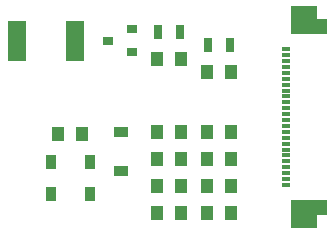
<source format=gtp>
G04 #@! TF.GenerationSoftware,KiCad,Pcbnew,(5.1.0-rc1-17-gb4eda32f8)*
G04 #@! TF.CreationDate,2019-03-22T20:33:51+01:00
G04 #@! TF.ProjectId,e-ink_pmod,652d696e-6b5f-4706-9d6f-642e6b696361,rev?*
G04 #@! TF.SameCoordinates,PX525bfc0PY429d390*
G04 #@! TF.FileFunction,Paste,Top*
G04 #@! TF.FilePolarity,Positive*
%FSLAX46Y46*%
G04 Gerber Fmt 4.6, Leading zero omitted, Abs format (unit mm)*
G04 Created by KiCad (PCBNEW (5.1.0-rc1-17-gb4eda32f8)) date 2019-03-22 20:33:51*
%MOMM*%
%LPD*%
G04 APERTURE LIST*
%ADD10C,0.050000*%
%ADD11R,1.000000X1.250000*%
%ADD12R,0.900000X1.200000*%
%ADD13R,1.200000X0.900000*%
%ADD14R,1.600000X3.500000*%
%ADD15R,0.900000X0.800000*%
%ADD16R,0.700000X1.300000*%
%ADD17R,0.800000X0.300000*%
G04 APERTURE END LIST*
D10*
G36*
X38500000Y-19560000D02*
G01*
X40700000Y-19560000D01*
X40700000Y-18460000D01*
X41550000Y-18460000D01*
X41550000Y-17160000D01*
X38500000Y-17160000D01*
X38500000Y-19560000D01*
G37*
G36*
X38500000Y-760000D02*
G01*
X40700000Y-760000D01*
X40700000Y-1860000D01*
X41550000Y-1860000D01*
X41550000Y-3160000D01*
X38500000Y-3160000D01*
X38500000Y-760000D01*
G37*
D11*
X29194000Y-5207000D03*
X27194000Y-5207000D03*
X31385000Y-6350000D03*
X33385000Y-6350000D03*
X33385000Y-11430000D03*
X31385000Y-11430000D03*
X27194000Y-13716000D03*
X29194000Y-13716000D03*
X29194000Y-16002000D03*
X27194000Y-16002000D03*
X27194000Y-18288000D03*
X29194000Y-18288000D03*
X33385000Y-16002000D03*
X31385000Y-16002000D03*
X31385000Y-18288000D03*
X33385000Y-18288000D03*
X18812000Y-11557000D03*
X20812000Y-11557000D03*
X27194000Y-11430000D03*
X29194000Y-11430000D03*
D12*
X21462000Y-16637000D03*
X18162000Y-16637000D03*
X21462000Y-13970000D03*
X18162000Y-13970000D03*
D13*
X24130000Y-11431000D03*
X24130000Y-14731000D03*
D14*
X15340000Y-3683000D03*
X20220000Y-3683000D03*
D15*
X23003000Y-3683000D03*
X25003000Y-2733000D03*
X25003000Y-4633000D03*
D16*
X29144000Y-2921000D03*
X27244000Y-2921000D03*
X31435000Y-4064000D03*
X33335000Y-4064000D03*
D17*
X38100000Y-15910000D03*
X38100000Y-15410000D03*
X38100000Y-14910000D03*
X38100000Y-14410000D03*
X38100000Y-13910000D03*
X38100000Y-13410000D03*
X38100000Y-12910000D03*
X38100000Y-12410000D03*
X38100000Y-11910000D03*
X38100000Y-11410000D03*
X38100000Y-10910000D03*
X38100000Y-10410000D03*
X38100000Y-9910000D03*
X38100000Y-9410000D03*
X38100000Y-8910000D03*
X38100000Y-8410000D03*
X38100000Y-7910000D03*
X38100000Y-7410000D03*
X38100000Y-6910000D03*
X38100000Y-6410000D03*
X38100000Y-5910000D03*
X38100000Y-5410000D03*
X38100000Y-4910000D03*
X38100000Y-4410000D03*
D11*
X31385000Y-13716000D03*
X33385000Y-13716000D03*
M02*

</source>
